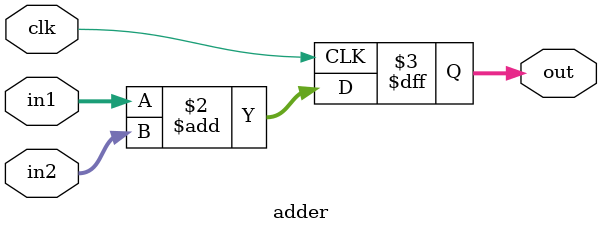
<source format=v>
`timescale 1ns/1ps
module adder (
  input clk,
  input [31:0] in1,
  input [31:0] in2,
  output reg [31:0] out
);

  always @(posedge clk) begin
    out <= in1 + in2;
  end
endmodule

</source>
